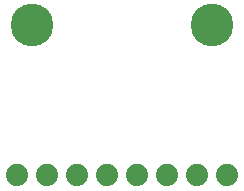
<source format=gbr>
G04 EAGLE Gerber RS-274X export*
G75*
%MOMM*%
%FSLAX34Y34*%
%LPD*%
%INSoldermask Bottom*%
%IPPOS*%
%AMOC8*
5,1,8,0,0,1.08239X$1,22.5*%
G01*
%ADD10C,3.617600*%
%ADD11C,1.879600*%


D10*
X25400Y152400D03*
X177800Y152400D03*
D11*
X12700Y25400D03*
X38100Y25400D03*
X63500Y25400D03*
X88900Y25400D03*
X114300Y25400D03*
X139700Y25400D03*
X165100Y25400D03*
X190500Y25400D03*
M02*

</source>
